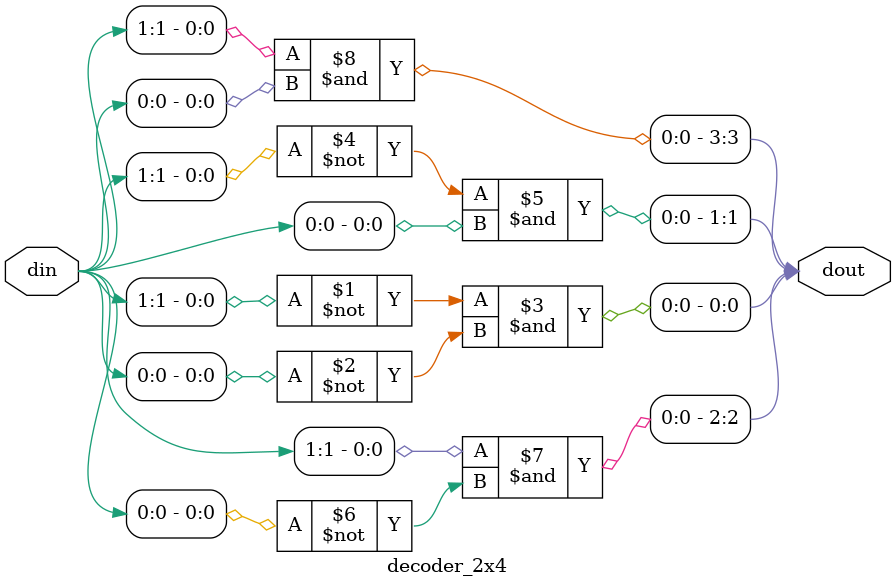
<source format=v>
`timescale 1ns / 1ps


module decoder_2x4(
    input [1:0] din,
    output [3:0] dout
    );
    
    assign dout[0] = ~din[1] & ~din[0];
    assign dout[1] = ~din[1] &  din[0];
    assign dout[2] =  din[1] & ~din[0];
    assign dout[3] =  din[1] &  din[0];
    
endmodule

</source>
